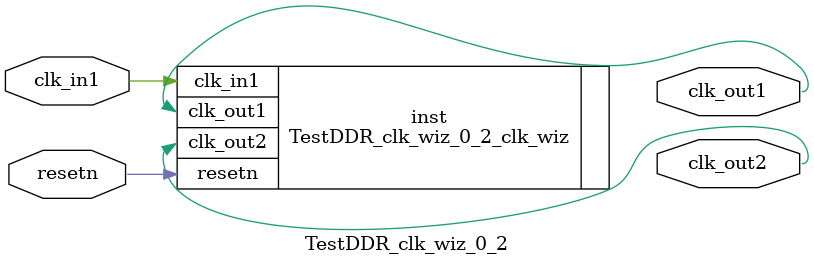
<source format=v>


`timescale 1ps/1ps

(* CORE_GENERATION_INFO = "TestDDR_clk_wiz_0_2,clk_wiz_v6_0_12_0_0,{component_name=TestDDR_clk_wiz_0_2,use_phase_alignment=true,use_min_o_jitter=false,use_max_i_jitter=false,use_dyn_phase_shift=false,use_inclk_switchover=false,use_dyn_reconfig=false,enable_axi=0,feedback_source=FDBK_AUTO,PRIMITIVE=MMCM,num_out_clk=2,clkin1_period=83.333,clkin2_period=10.0,use_power_down=false,use_reset=true,use_locked=false,use_inclk_stopped=false,feedback_type=SINGLE,CLOCK_MGR_TYPE=NA,manual_override=false}" *)

module TestDDR_clk_wiz_0_2 
 (
  // Clock out ports
  output        clk_out1,
  output        clk_out2,
  // Status and control signals
  input         resetn,
 // Clock in ports
  input         clk_in1
 );

  TestDDR_clk_wiz_0_2_clk_wiz inst
  (
  // Clock out ports  
  .clk_out1(clk_out1),
  .clk_out2(clk_out2),
  // Status and control signals               
  .resetn(resetn), 
 // Clock in ports
  .clk_in1(clk_in1)
  );

endmodule

</source>
